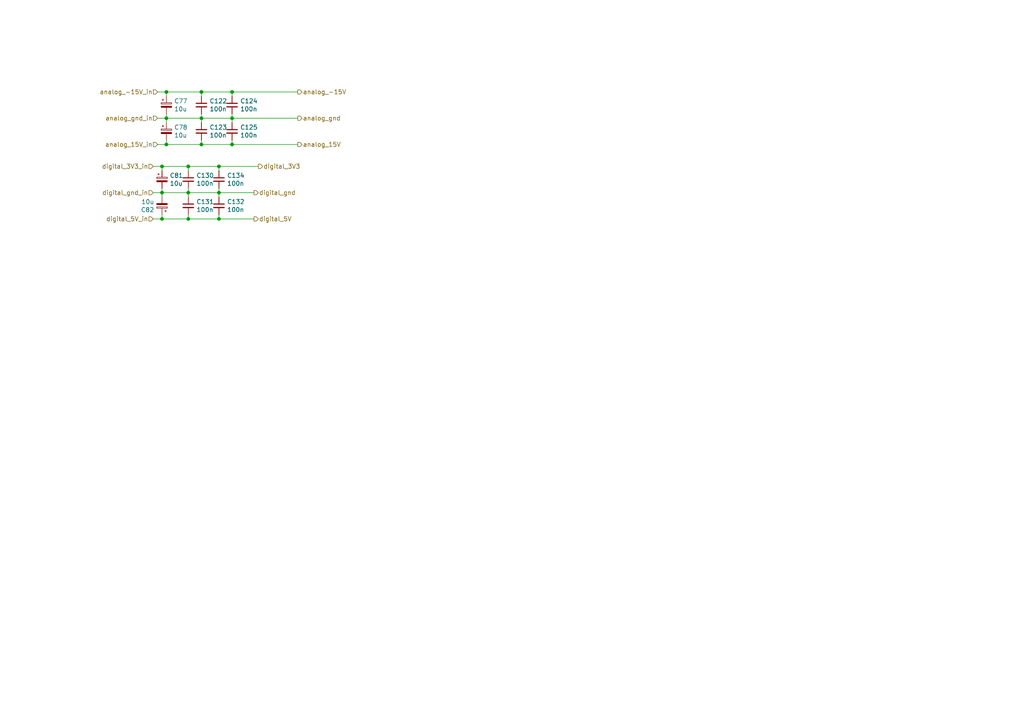
<source format=kicad_sch>
(kicad_sch (version 20250114) (generator "eeschema") (generator_version "9.0")
  (paper "A4")
  (lib_symbols
    (symbol "Device:C_Small" (pin_numbers (hide yes)) (pin_names (offset 0.254) (hide yes))
      (property "Reference" "C" (at 0.254 1.778 0))
      (property "Value" "C_Small" (at 0.254 -2.032 0))
      (symbol "C_Small_0_1"
        (polyline (pts (xy -1.524 0.508) (xy 1.524 0.508)) (stroke (width 0.3048)))
        (polyline (pts (xy -1.524 -0.508) (xy 1.524 -0.508)) (stroke (width 0.3302)))
      )
      (symbol "C_Small_1_1"
        (pin passive line (at 0 2.54 270) (length 2.032) (name "~") (number "1"))
        (pin passive line (at 0 -2.54 90) (length 2.032) (name "~") (number "2"))
      )
    )
    (symbol "Mainboard-rescue:CP_Small-Device" (pin_numbers (hide yes)) (pin_names (offset 0.254) (hide yes))
      (property "Reference" "C" (at 0.254 1.778 0))
      (property "Value" "Device_CP_Small" (at 0.254 -2.032 0))
      (symbol "CP_Small-Device_0_1"
        (rectangle (start -1.524 0.6858) (end 1.524 0.3048))
        (rectangle (start -1.524 -0.3048) (end 1.524 -0.6858) (fill (type outline)))
        (polyline (pts (xy -1.27 1.524) (xy -0.762 1.524)))
        (polyline (pts (xy -1.016 1.27) (xy -1.016 1.778)))
      )
      (symbol "CP_Small-Device_1_1"
        (pin passive line (at 0 2.54 270) (length 1.8542) (name "~") (number "1"))
        (pin passive line (at 0 -2.54 90) (length 1.8542) (name "~") (number "2"))
      )
    )
  )
  (junction (at 67.31 34.29))
  (junction (at 46.99 48.26))
  (junction (at 54.61 55.88))
  (junction (at 58.42 41.91))
  (junction (at 48.26 26.67))
  (junction (at 63.5 48.26))
  (junction (at 67.31 41.91))
  (junction (at 54.61 63.5))
  (junction (at 48.26 34.29))
  (junction (at 54.61 48.26))
  (junction (at 67.31 26.67))
  (junction (at 48.26 41.91))
  (junction (at 63.5 63.5))
  (junction (at 58.42 26.67))
  (junction (at 63.5 55.88))
  (junction (at 46.99 55.88))
  (junction (at 46.99 63.5))
  (junction (at 58.42 34.29))
  (wire (pts (xy 54.61 55.88) (xy 63.5 55.88)))
  (wire (pts (xy 58.42 41.91) (xy 67.31 41.91)))
  (wire (pts (xy 48.26 26.67) (xy 58.42 26.67)))
  (wire (pts (xy 58.42 27.94) (xy 58.42 26.67)))
  (wire (pts (xy 46.99 49.53) (xy 46.99 48.26)))
  (wire (pts (xy 63.5 48.26) (xy 63.5 49.53)))
  (wire (pts (xy 67.31 27.94) (xy 67.31 26.67)))
  (wire (pts (xy 63.5 55.88) (xy 73.66 55.88)))
  (wire (pts (xy 48.26 33.02) (xy 48.26 34.29)))
  (wire (pts (xy 58.42 40.64) (xy 58.42 41.91)))
  (wire (pts (xy 46.99 54.61) (xy 46.99 55.88)))
  (wire (pts (xy 48.26 35.56) (xy 48.26 34.29)))
  (wire (pts (xy 63.5 48.26) (xy 54.61 48.26)))
  (wire (pts (xy 63.5 63.5) (xy 73.66 63.5)))
  (wire (pts (xy 46.99 57.15) (xy 46.99 55.88)))
  (wire (pts (xy 67.31 33.02) (xy 67.31 34.29)))
  (wire (pts (xy 54.61 54.61) (xy 54.61 55.88)))
  (wire (pts (xy 58.42 26.67) (xy 67.31 26.67)))
  (wire (pts (xy 58.42 34.29) (xy 48.26 34.29)))
  (wire (pts (xy 54.61 63.5) (xy 63.5 63.5)))
  (wire (pts (xy 54.61 55.88) (xy 54.61 57.15)))
  (wire (pts (xy 67.31 40.64) (xy 67.31 41.91)))
  (wire (pts (xy 63.5 48.26) (xy 74.93 48.26)))
  (wire (pts (xy 54.61 48.26) (xy 54.61 49.53)))
  (wire (pts (xy 67.31 34.29) (xy 86.36 34.29)))
  (wire (pts (xy 58.42 35.56) (xy 58.42 34.29)))
  (wire (pts (xy 63.5 54.61) (xy 63.5 55.88)))
  (wire (pts (xy 48.26 34.29) (xy 45.72 34.29)))
  (wire (pts (xy 48.26 41.91) (xy 58.42 41.91)))
  (wire (pts (xy 63.5 62.23) (xy 63.5 63.5)))
  (wire (pts (xy 67.31 35.56) (xy 67.31 34.29)))
  (wire (pts (xy 54.61 48.26) (xy 46.99 48.26)))
  (wire (pts (xy 63.5 55.88) (xy 63.5 57.15)))
  (wire (pts (xy 46.99 55.88) (xy 44.45 55.88)))
  (wire (pts (xy 54.61 62.23) (xy 54.61 63.5)))
  (wire (pts (xy 44.45 63.5) (xy 46.99 63.5)))
  (wire (pts (xy 46.99 62.23) (xy 46.99 63.5)))
  (wire (pts (xy 46.99 63.5) (xy 54.61 63.5)))
  (wire (pts (xy 67.31 41.91) (xy 86.36 41.91)))
  (wire (pts (xy 54.61 55.88) (xy 46.99 55.88)))
  (wire (pts (xy 48.26 26.67) (xy 45.72 26.67)))
  (wire (pts (xy 58.42 34.29) (xy 67.31 34.29)))
  (wire (pts (xy 48.26 27.94) (xy 48.26 26.67)))
  (wire (pts (xy 45.72 41.91) (xy 48.26 41.91)))
  (wire (pts (xy 46.99 48.26) (xy 44.45 48.26)))
  (wire (pts (xy 58.42 33.02) (xy 58.42 34.29)))
  (wire (pts (xy 67.31 26.67) (xy 86.36 26.67)))
  (wire (pts (xy 48.26 40.64) (xy 48.26 41.91)))
  (hierarchical_label "analog_-15V_in" (shape input) (at 45.72 26.67 180))
  (hierarchical_label "digital_gnd_in" (shape input) (at 44.45 55.88 180))
  (hierarchical_label "analog_15V_in" (shape input) (at 45.72 41.91 180))
  (hierarchical_label "digital_5V" (shape output) (at 73.66 63.5 0))
  (hierarchical_label "digital_3V3_in" (shape input) (at 44.45 48.26 180))
  (hierarchical_label "digital_gnd" (shape output) (at 73.66 55.88 0))
  (hierarchical_label "analog_gnd" (shape output) (at 86.36 34.29 0))
  (hierarchical_label "analog_gnd_in" (shape input) (at 45.72 34.29 180))
  (hierarchical_label "analog_15V" (shape output) (at 86.36 41.91 0))
  (hierarchical_label "digital_3V3" (shape output) (at 74.93 48.26 0))
  (hierarchical_label "analog_-15V" (shape output) (at 86.36 26.67 0))
  (hierarchical_label "digital_5V_in" (shape input) (at 44.45 63.5 180))
  (symbol (lib_id "Mainboard-rescue:CP_Small-Device") (at 48.26 30.48 0) (unit 1)
    (property "Reference" "C77" (at 50.4952 29.3116 0) (effects (justify left)))
    (property "Value" "10u" (at 50.4952 31.623 0) (effects (justify left)))
    (property "Footprint" "Capacitor_THT:CP_Radial_D5.0mm_P2.00mm" (effects (hide yes)))
    (property "Reichelt" "RAD FR 330/25" (effects (hide yes)))
    (property "Mouser Part Number" "710-860020472003 " (effects (hide yes)))
  )
  (symbol (lib_id "Mainboard-rescue:CP_Small-Device") (at 48.26 38.1 0) (unit 1)
    (property "Reference" "C78" (at 50.4952 36.9316 0) (effects (justify left)))
    (property "Value" "10u" (at 50.4952 39.243 0) (effects (justify left)))
    (property "Footprint" "Capacitor_THT:CP_Radial_D5.0mm_P2.00mm" (effects (hide yes)))
    (property "Reichelt" "RAD FR 330/25" (effects (hide yes)))
    (property "Mouser Part Number" "710-860020472003 " (effects (hide yes)))
  )
  (symbol (lib_id "Mainboard-rescue:CP_Small-Device") (at 46.99 52.07 0) (unit 1)
    (property "Reference" "C81" (at 49.2252 50.9016 0) (effects (justify left)))
    (property "Value" "10u" (at 49.2252 53.213 0) (effects (justify left)))
    (property "Footprint" "Capacitor_THT:CP_Radial_D5.0mm_P2.00mm" (effects (hide yes)))
    (property "Reichelt" "RAD FR 330/25" (effects (hide yes)))
    (property "Mouser Part Number" "710-860020472003 " (effects (hide yes)))
  )
  (symbol (lib_id "Mainboard-rescue:CP_Small-Device") (at 46.99 59.69 180) (unit 1)
    (property "Reference" "C82" (at 44.7548 60.8584 0) (effects (justify left)))
    (property "Value" "10u" (at 44.7548 58.547 0) (effects (justify left)))
    (property "Footprint" "Capacitor_THT:CP_Radial_D5.0mm_P2.00mm" (effects (hide yes)))
    (property "Reichelt" "RAD FR 330/25" (effects (hide yes)))
    (property "Mouser Part Number" "710-860020472003 " (effects (hide yes)))
  )
  (symbol (lib_id "Device:C_Small") (at 58.42 30.48 0) (unit 1)
    (property "Reference" "C122" (at 60.7568 29.3116 0) (effects (justify left)))
    (property "Value" "100n" (at 60.7568 31.623 0) (effects (justify left)))
    (property "Footprint" "Capacitor_SMD:C_0805_2012Metric" (effects (hide yes)))
    (property "Reichelt" "RND 1501206B475K" (effects (hide yes)))
    (property "Mouser Part Number" "80-C0805S104K1RACAUT" (effects (hide yes)))
  )
  (symbol (lib_id "Device:C_Small") (at 58.42 38.1 0) (unit 1)
    (property "Reference" "C123" (at 60.7568 36.9316 0) (effects (justify left)))
    (property "Value" "100n" (at 60.7568 39.243 0) (effects (justify left)))
    (property "Footprint" "Capacitor_SMD:C_0805_2012Metric" (effects (hide yes)))
    (property "Reichelt" "RND 1501206B475K" (effects (hide yes)))
    (property "Mouser Part Number" "80-C0805S104K1RACAUT" (effects (hide yes)))
  )
  (symbol (lib_id "Device:C_Small") (at 67.31 30.48 0) (unit 1)
    (property "Reference" "C124" (at 69.6468 29.3116 0) (effects (justify left)))
    (property "Value" "100n" (at 69.6468 31.623 0) (effects (justify left)))
    (property "Footprint" "Capacitor_SMD:C_0805_2012Metric" (effects (hide yes)))
    (property "Reichelt" "RND 1501206B475K" (effects (hide yes)))
    (property "Mouser Part Number" "80-C0805S104K1RACAUT" (effects (hide yes)))
  )
  (symbol (lib_id "Device:C_Small") (at 67.31 38.1 0) (unit 1)
    (property "Reference" "C125" (at 69.6468 36.9316 0) (effects (justify left)))
    (property "Value" "100n" (at 69.6468 39.243 0) (effects (justify left)))
    (property "Footprint" "Capacitor_SMD:C_0805_2012Metric" (effects (hide yes)))
    (property "Reichelt" "RND 1501206B475K" (effects (hide yes)))
    (property "Mouser Part Number" "80-C0805S104K1RACAUT" (effects (hide yes)))
  )
  (symbol (lib_id "Device:C_Small") (at 63.5 59.69 0) (unit 1)
    (property "Reference" "C132" (at 65.8368 58.5216 0) (effects (justify left)))
    (property "Value" "100n" (at 65.8368 60.833 0) (effects (justify left)))
    (property "Footprint" "Capacitor_SMD:C_0805_2012Metric" (effects (hide yes)))
    (property "Reichelt" "RND 1501206B475K" (effects (hide yes)))
    (property "Mouser Part Number" "80-C0805S104K1RACAUT" (effects (hide yes)))
  )
  (symbol (lib_id "Device:C_Small") (at 54.61 52.07 0) (unit 1)
    (property "Reference" "C130" (at 56.9468 50.9016 0) (effects (justify left)))
    (property "Value" "100n" (at 56.9468 53.213 0) (effects (justify left)))
    (property "Footprint" "Capacitor_SMD:C_0805_2012Metric" (effects (hide yes)))
    (property "Reichelt" "RND 1501206B475K" (effects (hide yes)))
    (property "Mouser Part Number" "80-C0805S104K1RACAUT" (effects (hide yes)))
  )
  (symbol (lib_id "Device:C_Small") (at 54.61 59.69 0) (unit 1)
    (property "Reference" "C131" (at 56.9468 58.5216 0) (effects (justify left)))
    (property "Value" "100n" (at 56.9468 60.833 0) (effects (justify left)))
    (property "Footprint" "Capacitor_SMD:C_0805_2012Metric" (effects (hide yes)))
    (property "Reichelt" "RND 1501206B475K" (effects (hide yes)))
    (property "Mouser Part Number" "80-C0805S104K1RACAUT" (effects (hide yes)))
  )
  (symbol (lib_id "Device:C_Small") (at 63.5 52.07 0) (unit 1)
    (property "Reference" "C134" (at 65.8368 50.9016 0) (effects (justify left)))
    (property "Value" "100n" (at 65.8368 53.213 0) (effects (justify left)))
    (property "Footprint" "Capacitor_SMD:C_0805_2012Metric" (effects (hide yes)))
    (property "Reichelt" "RND 1501206B475K" (effects (hide yes)))
    (property "Mouser Part Number" "80-C0805S104K1RACAUT" (effects (hide yes)))
  )
)
</source>
